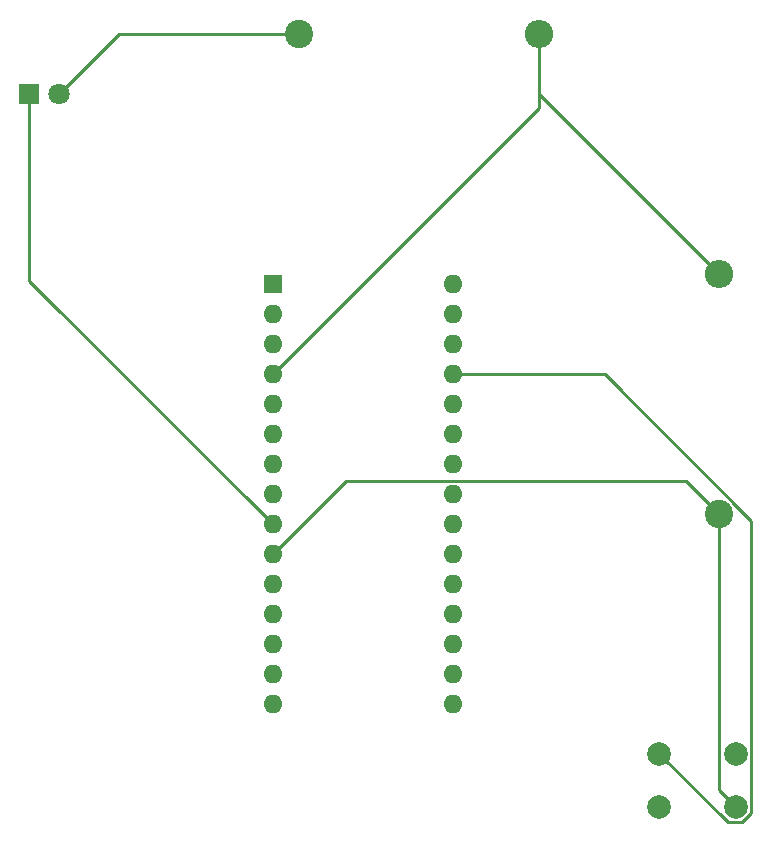
<source format=gbr>
%TF.GenerationSoftware,KiCad,Pcbnew,(7.0.0-0)*%
%TF.CreationDate,2023-02-25T08:41:13-08:00*%
%TF.ProjectId,Intro Projct,496e7472-6f20-4507-926f-6a63742e6b69,rev?*%
%TF.SameCoordinates,Original*%
%TF.FileFunction,Copper,L1,Top*%
%TF.FilePolarity,Positive*%
%FSLAX46Y46*%
G04 Gerber Fmt 4.6, Leading zero omitted, Abs format (unit mm)*
G04 Created by KiCad (PCBNEW (7.0.0-0)) date 2023-02-25 08:41:13*
%MOMM*%
%LPD*%
G01*
G04 APERTURE LIST*
%TA.AperFunction,ComponentPad*%
%ADD10C,2.000000*%
%TD*%
%TA.AperFunction,ComponentPad*%
%ADD11C,2.400000*%
%TD*%
%TA.AperFunction,ComponentPad*%
%ADD12O,2.400000X2.400000*%
%TD*%
%TA.AperFunction,ComponentPad*%
%ADD13R,1.800000X1.800000*%
%TD*%
%TA.AperFunction,ComponentPad*%
%ADD14C,1.800000*%
%TD*%
%TA.AperFunction,ComponentPad*%
%ADD15R,1.600000X1.600000*%
%TD*%
%TA.AperFunction,ComponentPad*%
%ADD16O,1.600000X1.600000*%
%TD*%
%TA.AperFunction,Conductor*%
%ADD17C,0.250000*%
%TD*%
G04 APERTURE END LIST*
D10*
%TO.P,SW1,1,1*%
%TO.N,Net-(A1-+5V)*%
X160020000Y-96520000D03*
X166520000Y-96520000D03*
%TO.P,SW1,2,2*%
%TO.N,Net-(A1-D7)*%
X160020000Y-101020000D03*
X166520000Y-101020000D03*
%TD*%
D11*
%TO.P,R2,1*%
%TO.N,Net-(D1-A)*%
X129540000Y-35560000D03*
D12*
%TO.P,R2,2*%
%TO.N,Net-(A1-GND-Pad4)*%
X149859999Y-35559999D03*
%TD*%
D11*
%TO.P,R1,1*%
%TO.N,Net-(A1-D7)*%
X165100000Y-76200000D03*
D12*
%TO.P,R1,2*%
%TO.N,Net-(A1-GND-Pad4)*%
X165099999Y-55879999D03*
%TD*%
D13*
%TO.P,D1,1,K*%
%TO.N,Net-(A1-D6)*%
X106679999Y-40639999D03*
D14*
%TO.P,D1,2,A*%
%TO.N,Net-(D1-A)*%
X109220000Y-40640000D03*
%TD*%
D15*
%TO.P,A1,1,D1/TX*%
%TO.N,unconnected-(A1-D1{slash}TX-Pad1)*%
X127309999Y-56789999D03*
D16*
%TO.P,A1,2,D0/RX*%
%TO.N,unconnected-(A1-D0{slash}RX-Pad2)*%
X127309999Y-59329999D03*
%TO.P,A1,3,~{RESET}*%
%TO.N,unconnected-(A1-~{RESET}-Pad3)*%
X127309999Y-61869999D03*
%TO.P,A1,4,GND*%
%TO.N,Net-(A1-GND-Pad4)*%
X127309999Y-64409999D03*
%TO.P,A1,5,D2*%
%TO.N,unconnected-(A1-D2-Pad5)*%
X127309999Y-66949999D03*
%TO.P,A1,6,D3*%
%TO.N,unconnected-(A1-D3-Pad6)*%
X127309999Y-69489999D03*
%TO.P,A1,7,D4*%
%TO.N,unconnected-(A1-D4-Pad7)*%
X127309999Y-72029999D03*
%TO.P,A1,8,D5*%
%TO.N,unconnected-(A1-D5-Pad8)*%
X127309999Y-74569999D03*
%TO.P,A1,9,D6*%
%TO.N,Net-(A1-D6)*%
X127309999Y-77109999D03*
%TO.P,A1,10,D7*%
%TO.N,Net-(A1-D7)*%
X127309999Y-79649999D03*
%TO.P,A1,11,D8*%
%TO.N,unconnected-(A1-D8-Pad11)*%
X127309999Y-82189999D03*
%TO.P,A1,12,D9*%
%TO.N,unconnected-(A1-D9-Pad12)*%
X127309999Y-84729999D03*
%TO.P,A1,13,D10*%
%TO.N,unconnected-(A1-D10-Pad13)*%
X127309999Y-87269999D03*
%TO.P,A1,14,D11*%
%TO.N,unconnected-(A1-D11-Pad14)*%
X127309999Y-89809999D03*
%TO.P,A1,15,D12*%
%TO.N,unconnected-(A1-D12-Pad15)*%
X127309999Y-92349999D03*
%TO.P,A1,16,D13*%
%TO.N,unconnected-(A1-D13-Pad16)*%
X142549999Y-92349999D03*
%TO.P,A1,17,3V3*%
%TO.N,unconnected-(A1-3V3-Pad17)*%
X142549999Y-89809999D03*
%TO.P,A1,18,AREF*%
%TO.N,unconnected-(A1-AREF-Pad18)*%
X142549999Y-87269999D03*
%TO.P,A1,19,A0*%
%TO.N,unconnected-(A1-A0-Pad19)*%
X142549999Y-84729999D03*
%TO.P,A1,20,A1*%
%TO.N,unconnected-(A1-A1-Pad20)*%
X142549999Y-82189999D03*
%TO.P,A1,21,A2*%
%TO.N,unconnected-(A1-A2-Pad21)*%
X142549999Y-79649999D03*
%TO.P,A1,22,A3*%
%TO.N,unconnected-(A1-A3-Pad22)*%
X142549999Y-77109999D03*
%TO.P,A1,23,A4*%
%TO.N,unconnected-(A1-A4-Pad23)*%
X142549999Y-74569999D03*
%TO.P,A1,24,A5*%
%TO.N,unconnected-(A1-A5-Pad24)*%
X142549999Y-72029999D03*
%TO.P,A1,25,A6*%
%TO.N,unconnected-(A1-A6-Pad25)*%
X142549999Y-69489999D03*
%TO.P,A1,26,A7*%
%TO.N,unconnected-(A1-A7-Pad26)*%
X142549999Y-66949999D03*
%TO.P,A1,27,+5V*%
%TO.N,Net-(A1-+5V)*%
X142549999Y-64409999D03*
%TO.P,A1,28,~{RESET}*%
%TO.N,unconnected-(A1-~{RESET}-Pad28)*%
X142549999Y-61869999D03*
%TO.P,A1,29,GND*%
%TO.N,unconnected-(A1-GND-Pad29)*%
X142549999Y-59329999D03*
%TO.P,A1,30,VIN*%
%TO.N,unconnected-(A1-VIN-Pad30)*%
X142549999Y-56789999D03*
%TD*%
D17*
%TO.N,Net-(A1-GND-Pad4)*%
X152400000Y-43180000D02*
X149860000Y-40640000D01*
X165100000Y-55880000D02*
X152400000Y-43180000D01*
X127310000Y-64410000D02*
X149860000Y-41860000D01*
X149860000Y-41860000D02*
X149860000Y-35560000D01*
%TO.N,Net-(D1-A)*%
X109220000Y-40640000D02*
X114300000Y-35560000D01*
X114300000Y-35560000D02*
X129540000Y-35560000D01*
%TO.N,Net-(A1-D6)*%
X127310000Y-77110000D02*
X106680000Y-56480000D01*
X106680000Y-56480000D02*
X106680000Y-40640000D01*
%TO.N,Net-(A1-+5V)*%
X142550000Y-64410000D02*
X155466676Y-64410000D01*
X167845000Y-101568833D02*
X167068833Y-102345000D01*
X155466676Y-64410000D02*
X167845000Y-76788324D01*
X167845000Y-76788324D02*
X167845000Y-101568833D01*
X167068833Y-102345000D02*
X165845000Y-102345000D01*
X165845000Y-102345000D02*
X160020000Y-96520000D01*
%TO.N,Net-(A1-D7)*%
X165100000Y-76200000D02*
X165100000Y-99600000D01*
X165100000Y-99600000D02*
X166520000Y-101020000D01*
X127310000Y-79650000D02*
X133515000Y-73445000D01*
X133515000Y-73445000D02*
X162345000Y-73445000D01*
X162345000Y-73445000D02*
X165100000Y-76200000D01*
%TD*%
M02*

</source>
